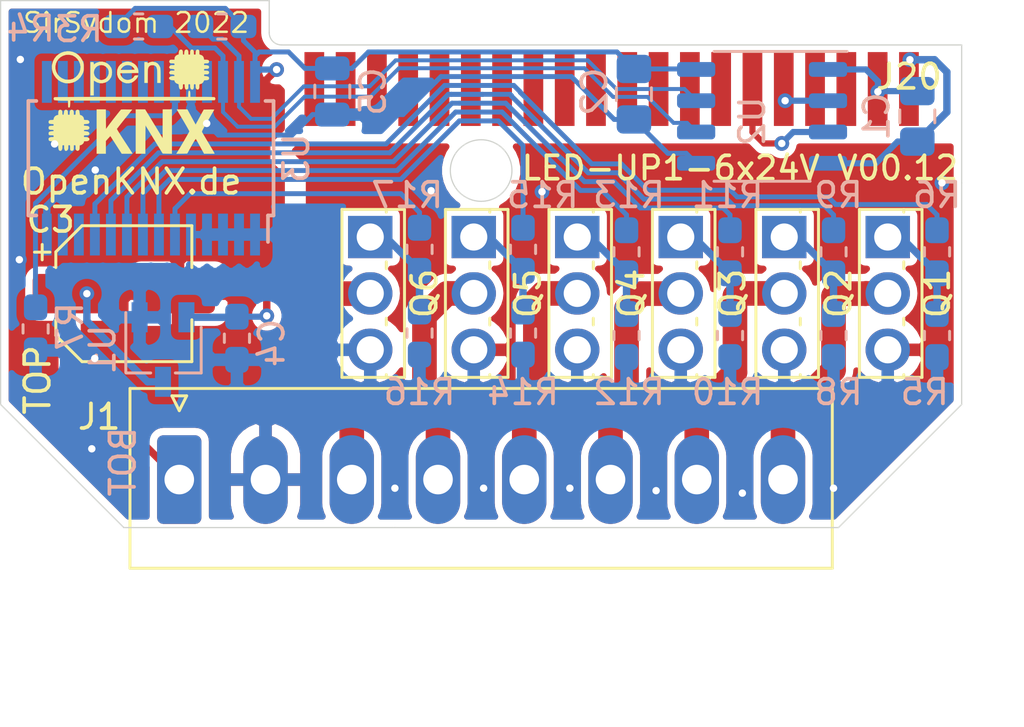
<source format=kicad_pcb>
(kicad_pcb (version 20171130) (host pcbnew "(5.1.4)-1")
  (title_block (date 2022-02-15) (rev V00.11))
  (layers (0 F.Cu signal) (31 B.Cu signal) (34 B.Paste user hide) (35 F.Paste user) (36 B.SilkS user hide) (37 F.SilkS user) (38 B.Mask user hide) (39 F.Mask user) (44 Edge.Cuts user))
  (net 0 "")
  (net 1 GND)
  (net 2 5V)
  (net 3 3V3)
  (net 4 "Net-(J20-Pad4)")
  (net 5 "Net-(J20-Pad20)")
  (net 6 "Net-(J20-Pad19)")
  (net 7 "Net-(J20-Pad18)")
  (net 8 "Net-(J20-Pad17)")
  (net 9 "Net-(J20-Pad16)")
  (net 10 "Net-(J20-Pad15)")
  (net 11 "Net-(J20-Pad14)")
  (net 12 "Net-(J20-Pad13)")
  (net 13 "Net-(J20-Pad12)")
  (net 14 "Net-(J20-Pad11)")
  (net 15 "Net-(J20-Pad10)")
  (net 16 "Net-(J20-Pad9)")
  (net 17 "Net-(J20-Pad8)")
  (net 18 "Net-(J20-Pad7)")
  (net 19 +5V)
  (net 20 GND_LED)
  (net 21 V_LED)
  (net 22 "Net-(J1-Pad8)")
  (net 23 "Net-(J1-Pad7)")
  (net 24 "Net-(J1-Pad6)")
  (net 25 "Net-(J1-Pad5)")
  (net 26 "Net-(J1-Pad4)")
  (net 27 "Net-(J1-Pad3)")
  (net 28 "Net-(Q1-Pad1)")
  (net 29 "Net-(Q2-Pad1)")
  (net 30 "Net-(Q3-Pad1)")
  (net 31 "Net-(Q4-Pad1)")
  (net 32 "Net-(Q5-Pad1)")
  (net 33 "Net-(Q6-Pad1)")
  (net 34 SCL)
  (net 35 SDA)
  (net 36 SDA_ISO)
  (net 37 SCL_ISO)
  (net 38 "Net-(R6-Pad2)")
  (net 39 "Net-(R7-Pad1)")
  (net 40 "Net-(R9-Pad2)")
  (net 41 "Net-(R11-Pad2)")
  (net 42 "Net-(R13-Pad2)")
  (net 43 "Net-(R15-Pad2)")
  (net 44 "Net-(R17-Pad2)")
  (net 45 "Net-(U3-Pad25)")
  (net 46 "Net-(U3-Pad22)")
  (net 47 "Net-(U3-Pad21)")
  (net 48 "Net-(U3-Pad20)")
  (net 49 "Net-(U3-Pad19)")
  (net 50 "Net-(U3-Pad18)")
  (net 51 "Net-(U3-Pad17)")
  (net 52 "Net-(U3-Pad16)")
  (net 53 "Net-(U3-Pad15)")
  (net 54 "Net-(U3-Pad13)")
  (net 55 "Net-(U3-Pad12)")
  (module Capacitor_SMD:C_0805_2012Metric (layer B.Cu) (at 103.46 122.29 90)
    (fp_text reference C5 (at 0 1.65 90) (layer B.SilkS) (effects (justify mirror)))
    (fp_text value 10uF)
    (pad 2 smd roundrect (at 0.9375 0 90) (size 0.975 1.4) (layers B.Cu B.Paste B.Mask) (net 19 +5V))
    (pad 1 smd roundrect (at -0.9375 0 90) (size 0.975 1.4) (layers B.Cu B.Paste B.Mask) (net 20 GND_LED))
  )
  (module OpenKNX:OpenKNX_UP1-PCBConnector_1x20_App_3D (layer F.Cu) (at 126.86 122.19 180)
    (fp_text reference J20 (at 0 0.5) (layer F.SilkS))
    (fp_text value Conn_01x21)
    (pad 20 smd rect (at 24.13 0 270) (size 3 0.8) (layers F.Cu F.Paste F.Mask) (net 5 "Net-(J20-Pad20)"))
    (pad 19 smd rect (at 22.86 0 270) (size 3 0.8) (layers F.Cu F.Paste F.Mask) (net 6 "Net-(J20-Pad19)"))
    (pad 18 smd rect (at 21.59 0 270) (size 3 0.8) (layers F.Cu F.Paste F.Mask) (net 7 "Net-(J20-Pad18)"))
    (pad 17 smd rect (at 20.32 0 270) (size 3 0.8) (layers F.Cu F.Paste F.Mask) (net 8 "Net-(J20-Pad17)"))
    (pad 16 smd rect (at 19.05 0 270) (size 3 0.8) (layers F.Cu F.Paste F.Mask) (net 9 "Net-(J20-Pad16)"))
    (pad 15 smd rect (at 17.78 0 270) (size 3 0.8) (layers F.Cu F.Paste F.Mask) (net 10 "Net-(J20-Pad15)"))
    (pad 14 smd rect (at 16.51 0 270) (size 3 0.8) (layers F.Cu F.Paste F.Mask) (net 11 "Net-(J20-Pad14)"))
    (pad 13 smd rect (at 15.24 0 270) (size 3 0.8) (layers F.Cu F.Paste F.Mask) (net 12 "Net-(J20-Pad13)"))
    (pad 12 smd rect (at 13.97 0 270) (size 3 0.8) (layers F.Cu F.Paste F.Mask) (net 13 "Net-(J20-Pad12)"))
    (pad 11 smd rect (at 12.7 0 270) (size 3 0.8) (layers F.Cu F.Paste F.Mask) (net 14 "Net-(J20-Pad11)"))
    (pad 10 smd rect (at 11.43 0 270) (size 3 0.8) (layers F.Cu F.Paste F.Mask) (net 15 "Net-(J20-Pad10)"))
    (pad 9 smd rect (at 10.16 0 270) (size 3 0.8) (layers F.Cu F.Paste F.Mask) (net 16 "Net-(J20-Pad9)"))
    (pad 8 smd rect (at 8.89 0 270) (size 3 0.8) (layers F.Cu F.Paste F.Mask) (net 17 "Net-(J20-Pad8)"))
    (pad 7 smd rect (at 7.62 0 270) (size 3 0.8) (layers F.Cu F.Paste F.Mask) (net 18 "Net-(J20-Pad7)"))
    (pad 6 smd rect (at 6.35 0 270) (size 3 0.8) (layers F.Cu F.Paste F.Mask) (net 34 SCL))
    (pad 5 smd rect (at 5.08 0 270) (size 3 0.8) (layers F.Cu F.Paste F.Mask) (net 35 SDA))
    (pad 4 smd rect (at 3.81 0 270) (size 3 0.8) (layers F.Cu F.Paste F.Mask) (net 4 "Net-(J20-Pad4)"))
    (pad 3 smd rect (at 2.54 0 270) (size 3 0.8) (layers F.Cu F.Paste F.Mask) (net 2 5V))
    (pad 2 smd rect (at 1.27 0 270) (size 3 0.8) (layers F.Cu F.Paste F.Mask) (net 3 3V3))
    (pad 1 smd rect (at 0 0 270) (size 3 0.8) (layers F.Cu F.Paste F.Mask) (net 1 GND))
  )
  (module OpenKNX:OpenKNX_Logo_07x05 (layer F.Cu) (at 95.33 123.02)
    (fp_text reference G*** hide)
    (fp_text value LOGO hide)
  )
  (module sirsydom:TSSOP-28_4.4x9.7mm_P0.65mm_Handsolder (layer B.Cu) (at 96.1 125 90)
    (fp_text reference U3 (at 0 5.9 90) (layer B.SilkS) (effects (justify mirror)))
    (fp_text value PCA9685PW)
    (pad 28 smd rect (at 3.1 4.225 90) (size 1.7 0.4) (layers B.Cu B.Paste B.Mask) (net 19 +5V))
    (pad 27 smd rect (at 3.1 3.575 90) (size 1.7 0.4) (layers B.Cu B.Paste B.Mask) (net 36 SDA_ISO))
    (pad 26 smd rect (at 3.1 2.925 90) (size 1.7 0.4) (layers B.Cu B.Paste B.Mask) (net 37 SCL_ISO))
    (pad 25 smd rect (at 3.1 2.275 90) (size 1.7 0.4) (layers B.Cu B.Paste B.Mask) (net 45 "Net-(U3-Pad25)"))
    (pad 24 smd rect (at 3.1 1.625 90) (size 1.7 0.4) (layers B.Cu B.Paste B.Mask) (net 20 GND_LED))
    (pad 23 smd rect (at 3.1 0.975 90) (size 1.7 0.4) (layers B.Cu B.Paste B.Mask) (net 39 "Net-(R7-Pad1)"))
    (pad 22 smd rect (at 3.1 0.325 90) (size 1.7 0.4) (layers B.Cu B.Paste B.Mask) (net 46 "Net-(U3-Pad22)"))
    (pad 21 smd rect (at 3.1 -0.325 90) (size 1.7 0.4) (layers B.Cu B.Paste B.Mask) (net 47 "Net-(U3-Pad21)"))
    (pad 20 smd rect (at 3.1 -0.975 90) (size 1.7 0.4) (layers B.Cu B.Paste B.Mask) (net 48 "Net-(U3-Pad20)"))
    (pad 19 smd rect (at 3.1 -1.625 90) (size 1.7 0.4) (layers B.Cu B.Paste B.Mask) (net 49 "Net-(U3-Pad19)"))
    (pad 18 smd rect (at 3.1 -2.275 90) (size 1.7 0.4) (layers B.Cu B.Paste B.Mask) (net 50 "Net-(U3-Pad18)"))
    (pad 17 smd rect (at 3.1 -2.925 90) (size 1.7 0.4) (layers B.Cu B.Paste B.Mask) (net 51 "Net-(U3-Pad17)"))
    (pad 16 smd rect (at 3.1 -3.575 90) (size 1.7 0.4) (layers B.Cu B.Paste B.Mask) (net 52 "Net-(U3-Pad16)"))
    (pad 15 smd rect (at 3.1 -4.225 90) (size 1.7 0.4) (layers B.Cu B.Paste B.Mask) (net 53 "Net-(U3-Pad15)"))
    (pad 14 smd rect (at -3.1 -4.225 90) (size 1.7 0.4) (layers B.Cu B.Paste B.Mask) (net 20 GND_LED))
    (pad 13 smd rect (at -3.1 -3.575 90) (size 1.7 0.4) (layers B.Cu B.Paste B.Mask) (net 54 "Net-(U3-Pad13)"))
    (pad 12 smd rect (at -3.1 -2.925 90) (size 1.7 0.4) (layers B.Cu B.Paste B.Mask) (net 55 "Net-(U3-Pad12)"))
    (pad 11 smd rect (at -3.1 -2.275 90) (size 1.7 0.4) (layers B.Cu B.Paste B.Mask) (net 38 "Net-(R6-Pad2)"))
    (pad 10 smd rect (at -3.1 -1.625 90) (size 1.7 0.4) (layers B.Cu B.Paste B.Mask) (net 40 "Net-(R9-Pad2)"))
    (pad 9 smd rect (at -3.1 -0.975 90) (size 1.7 0.4) (layers B.Cu B.Paste B.Mask) (net 41 "Net-(R11-Pad2)"))
    (pad 8 smd rect (at -3.1 -0.325 90) (size 1.7 0.4) (layers B.Cu B.Paste B.Mask) (net 42 "Net-(R13-Pad2)"))
    (pad 7 smd rect (at -3.1 0.325 90) (size 1.7 0.4) (layers B.Cu B.Paste B.Mask) (net 43 "Net-(R15-Pad2)"))
    (pad 6 smd rect (at -3.1 0.975 90) (size 1.7 0.4) (layers B.Cu B.Paste B.Mask) (net 44 "Net-(R17-Pad2)"))
    (pad 5 smd rect (at -3.1 1.625 90) (size 1.7 0.4) (layers B.Cu B.Paste B.Mask) (net 20 GND_LED))
    (pad 4 smd rect (at -3.1 2.275 90) (size 1.7 0.4) (layers B.Cu B.Paste B.Mask) (net 20 GND_LED))
    (pad 3 smd rect (at -3.1 2.925 90) (size 1.7 0.4) (layers B.Cu B.Paste B.Mask) (net 20 GND_LED))
    (pad 2 smd rect (at -3.1 3.575 90) (size 1.7 0.4) (layers B.Cu B.Paste B.Mask) (net 20 GND_LED))
    (pad 1 smd rect (at -3.1 4.225 90) (size 1.7 0.4) (layers B.Cu B.Paste B.Mask) (net 20 GND_LED))
  )
  (module Package_SO:SSOP-8_3.9x5.05mm_P1.27mm (layer B.Cu) (at 120.9 123.3 180)
    (fp_text reference U2 (at 0.4 -0.2 90) (layer B.SilkS) (effects (justify mirror)))
    (fp_text value ADuM1250)
    (pad 8 smd roundrect (at 2.675 1.905 180) (size 1.55 0.6) (layers B.Cu B.Paste B.Mask) (net 19 +5V))
    (pad 7 smd roundrect (at 2.675 0.635 180) (size 1.55 0.6) (layers B.Cu B.Paste B.Mask) (net 36 SDA_ISO))
    (pad 6 smd roundrect (at 2.675 -0.635 180) (size 1.55 0.6) (layers B.Cu B.Paste B.Mask) (net 37 SCL_ISO))
    (pad 5 smd roundrect (at 2.675 -1.905 180) (size 1.55 0.6) (layers B.Cu B.Paste B.Mask) (net 20 GND_LED))
    (pad 4 smd roundrect (at -2.675 -1.905 180) (size 1.55 0.6) (layers B.Cu B.Paste B.Mask) (net 1 GND))
    (pad 3 smd roundrect (at -2.675 -0.635 180) (size 1.55 0.6) (layers B.Cu B.Paste B.Mask) (net 34 SCL))
    (pad 2 smd roundrect (at -2.675 0.635 180) (size 1.55 0.6) (layers B.Cu B.Paste B.Mask) (net 35 SDA))
    (pad 1 smd roundrect (at -2.675 1.905 180) (size 1.55 0.6) (layers B.Cu B.Paste B.Mask) (net 3 3V3))
  )
  (module Package_TO_SOT_SMD:TSOT-23 (layer B.Cu) (at 96.59 132.77 270)
    (fp_text reference U1 (at 0 2.45 90) (layer B.SilkS) (effects (justify mirror)))
    (fp_text value "LDO 5V SOT23-3")
    (pad 3 smd rect (at 1.31 0 270) (size 1.22 0.65) (layers B.Cu B.Paste B.Mask) (net 21 V_LED))
    (pad 2 smd rect (at -1.31 -0.95 270) (size 1.22 0.65) (layers B.Cu B.Paste B.Mask) (net 19 +5V))
    (pad 1 smd rect (at -1.31 0.95 270) (size 1.22 0.65) (layers B.Cu B.Paste B.Mask) (net 20 GND_LED))
  )
  (module Resistor_SMD:R_0603_1608Metric_Pad1.05x0.95mm_HandSolder (layer B.Cu) (at 107 128.7 90)
    (fp_text reference R17 (at 2.2 -0.5 180) (layer B.SilkS) (effects (justify mirror)))
    (fp_text value 100R)
    (pad 2 smd roundrect (at 0.875 0 90) (size 1.05 0.95) (layers B.Cu B.Paste B.Mask) (net 44 "Net-(R17-Pad2)"))
    (pad 1 smd roundrect (at -0.875 0 90) (size 1.05 0.95) (layers B.Cu B.Paste B.Mask) (net 33 "Net-(Q6-Pad1)"))
  )
  (module Resistor_SMD:R_0603_1608Metric_Pad1.05x0.95mm_HandSolder (layer B.Cu) (at 107 132.1 90)
    (fp_text reference R16 (at -2.4 0 180) (layer B.SilkS) (effects (justify mirror)))
    (fp_text value 10k)
    (pad 2 smd roundrect (at 0.875 0 90) (size 1.05 0.95) (layers B.Cu B.Paste B.Mask) (net 33 "Net-(Q6-Pad1)"))
    (pad 1 smd roundrect (at -0.875 0 90) (size 1.05 0.95) (layers B.Cu B.Paste B.Mask) (net 20 GND_LED))
  )
  (module Resistor_SMD:R_0603_1608Metric_Pad1.05x0.95mm_HandSolder (layer B.Cu) (at 111.2 128.7 90)
    (fp_text reference R15 (at 2.2 0.8 180) (layer B.SilkS) (effects (justify mirror)))
    (fp_text value 100R)
    (pad 2 smd roundrect (at 0.875 0 90) (size 1.05 0.95) (layers B.Cu B.Paste B.Mask) (net 43 "Net-(R15-Pad2)"))
    (pad 1 smd roundrect (at -0.875 0 90) (size 1.05 0.95) (layers B.Cu B.Paste B.Mask) (net 32 "Net-(Q5-Pad1)"))
  )
  (module Resistor_SMD:R_0603_1608Metric_Pad1.05x0.95mm_HandSolder (layer B.Cu) (at 111.2 132.1 90)
    (fp_text reference R14 (at -2.4 0 180) (layer B.SilkS) (effects (justify mirror)))
    (fp_text value 10k)
    (pad 2 smd roundrect (at 0.875 0 90) (size 1.05 0.95) (layers B.Cu B.Paste B.Mask) (net 32 "Net-(Q5-Pad1)"))
    (pad 1 smd roundrect (at -0.875 0 90) (size 1.05 0.95) (layers B.Cu B.Paste B.Mask) (net 20 GND_LED))
  )
  (module Resistor_SMD:R_0603_1608Metric_Pad1.05x0.95mm_HandSolder (layer B.Cu) (at 115.4 128.8 90)
    (fp_text reference R13 (at 2.3 0.1 180) (layer B.SilkS) (effects (justify mirror)))
    (fp_text value 100R)
    (pad 2 smd roundrect (at 0.875 0 90) (size 1.05 0.95) (layers B.Cu B.Paste B.Mask) (net 42 "Net-(R13-Pad2)"))
    (pad 1 smd roundrect (at -0.875 0 90) (size 1.05 0.95) (layers B.Cu B.Paste B.Mask) (net 31 "Net-(Q4-Pad1)"))
  )
  (module Resistor_SMD:R_0603_1608Metric_Pad1.05x0.95mm_HandSolder (layer B.Cu) (at 115.4 132.2 90)
    (fp_text reference R12 (at -2.3 0.1 180) (layer B.SilkS) (effects (justify mirror)))
    (fp_text value 10k)
    (pad 2 smd roundrect (at 0.875 0 90) (size 1.05 0.95) (layers B.Cu B.Paste B.Mask) (net 31 "Net-(Q4-Pad1)"))
    (pad 1 smd roundrect (at -0.875 0 90) (size 1.05 0.95) (layers B.Cu B.Paste B.Mask) (net 20 GND_LED))
  )
  (module Resistor_SMD:R_0603_1608Metric_Pad1.05x0.95mm_HandSolder (layer B.Cu) (at 119.6 128.8 90)
    (fp_text reference R11 (at 2.3 -0.1 180) (layer B.SilkS) (effects (justify mirror)))
    (fp_text value 100R)
    (pad 2 smd roundrect (at 0.875 0 90) (size 1.05 0.95) (layers B.Cu B.Paste B.Mask) (net 41 "Net-(R11-Pad2)"))
    (pad 1 smd roundrect (at -0.875 0 90) (size 1.05 0.95) (layers B.Cu B.Paste B.Mask) (net 30 "Net-(Q3-Pad1)"))
  )
  (module Resistor_SMD:R_0603_1608Metric_Pad1.05x0.95mm_HandSolder (layer B.Cu) (at 119.6 132.2 90)
    (fp_text reference R10 (at -2.3 -0.1 180) (layer B.SilkS) (effects (justify mirror)))
    (fp_text value 10k)
    (pad 2 smd roundrect (at 0.875 0 90) (size 1.05 0.95) (layers B.Cu B.Paste B.Mask) (net 30 "Net-(Q3-Pad1)"))
    (pad 1 smd roundrect (at -0.875 0 90) (size 1.05 0.95) (layers B.Cu B.Paste B.Mask) (net 20 GND_LED))
  )
  (module Resistor_SMD:R_0603_1608Metric_Pad1.05x0.95mm_HandSolder (layer B.Cu) (at 123.8 128.8 90)
    (fp_text reference R9 (at 2.3 0.2 180) (layer B.SilkS) (effects (justify mirror)))
    (fp_text value 100R)
    (pad 2 smd roundrect (at 0.875 0 90) (size 1.05 0.95) (layers B.Cu B.Paste B.Mask) (net 40 "Net-(R9-Pad2)"))
    (pad 1 smd roundrect (at -0.875 0 90) (size 1.05 0.95) (layers B.Cu B.Paste B.Mask) (net 29 "Net-(Q2-Pad1)"))
  )
  (module Resistor_SMD:R_0603_1608Metric_Pad1.05x0.95mm_HandSolder (layer B.Cu) (at 123.8 132.2 90)
    (fp_text reference R8 (at -2.3 0.2 180) (layer B.SilkS) (effects (justify mirror)))
    (fp_text value 10k)
    (pad 2 smd roundrect (at 0.875 0 90) (size 1.05 0.95) (layers B.Cu B.Paste B.Mask) (net 29 "Net-(Q2-Pad1)"))
    (pad 1 smd roundrect (at -0.875 0 90) (size 1.05 0.95) (layers B.Cu B.Paste B.Mask) (net 20 GND_LED))
  )
  (module Resistor_SMD:R_0603_1608Metric_Pad1.05x0.95mm_HandSolder (layer B.Cu) (at 91.42 131.93 270)
    (fp_text reference R7 (at -0.1 -1.4 270) (layer B.SilkS) (effects (justify mirror)))
    (fp_text value 10k)
    (pad 2 smd roundrect (at 0.875 0 270) (size 1.05 0.95) (layers B.Cu B.Paste B.Mask) (net 20 GND_LED))
    (pad 1 smd roundrect (at -0.875 0 270) (size 1.05 0.95) (layers B.Cu B.Paste B.Mask) (net 39 "Net-(R7-Pad1)"))
  )
  (module Resistor_SMD:R_0603_1608Metric_Pad1.05x0.95mm_HandSolder (layer B.Cu) (at 128 128.8 90)
    (fp_text reference R6 (at 2.3 0 180) (layer B.SilkS) (effects (justify mirror)))
    (fp_text value 100R)
    (pad 2 smd roundrect (at 0.875 0 90) (size 1.05 0.95) (layers B.Cu B.Paste B.Mask) (net 38 "Net-(R6-Pad2)"))
    (pad 1 smd roundrect (at -0.875 0 90) (size 1.05 0.95) (layers B.Cu B.Paste B.Mask) (net 28 "Net-(Q1-Pad1)"))
  )
  (module Resistor_SMD:R_0603_1608Metric_Pad1.05x0.95mm_HandSolder (layer B.Cu) (at 128 132.2 90)
    (fp_text reference R5 (at -2.3 -0.5 180) (layer B.SilkS) (effects (justify mirror)))
    (fp_text value 10k)
    (pad 2 smd roundrect (at 0.875 0 90) (size 1.05 0.95) (layers B.Cu B.Paste B.Mask) (net 28 "Net-(Q1-Pad1)"))
    (pad 1 smd roundrect (at -0.875 0 90) (size 1.05 0.95) (layers B.Cu B.Paste B.Mask) (net 20 GND_LED))
  )
  (module Resistor_SMD:R_0603_1608Metric_Pad1.05x0.95mm_HandSolder (layer B.Cu) (at 95.6 119.65)
    (fp_text reference R4 (at -4.38 0.09) (layer B.SilkS) (effects (justify mirror)))
    (fp_text value 1k)
    (pad 2 smd roundrect (at 0.875 0) (size 1.05 0.95) (layers B.Cu B.Paste B.Mask) (net 37 SCL_ISO))
    (pad 1 smd roundrect (at -0.875 0) (size 1.05 0.95) (layers B.Cu B.Paste B.Mask) (net 19 +5V))
  )
  (module Resistor_SMD:R_0603_1608Metric_Pad1.05x0.95mm_HandSolder (layer B.Cu) (at 98.98 119.65 180)
    (fp_text reference R3 (at 5.81 -0.11) (layer B.SilkS) (effects (justify mirror)))
    (fp_text value 1k)
    (pad 2 smd roundrect (at 0.875 0 180) (size 1.05 0.95) (layers B.Cu B.Paste B.Mask) (net 36 SDA_ISO))
    (pad 1 smd roundrect (at -0.875 0 180) (size 1.05 0.95) (layers B.Cu B.Paste B.Mask) (net 19 +5V))
  )
  (module sirsydom:TO-251-3_Vertical_lowprofile (layer F.Cu) (at 105 128.2 270)
    (fp_text reference Q6 (at 2.29 -2.2 90) (layer F.SilkS))
    (fp_text value IRLU2905)
    (pad 3 thru_hole oval (at 4.58 0 270) (size 1.7175 1.8) (drill 1.1) (layers *.Cu *.Mask) (net 20 GND_LED))
    (pad 2 thru_hole oval (at 2.29 0 270) (size 1.7175 1.8) (drill 1.1) (layers *.Cu *.Mask) (net 27 "Net-(J1-Pad3)"))
    (pad 1 thru_hole rect (at 0 0 270) (size 1.7175 1.8) (drill 1.1) (layers *.Cu *.Mask) (net 33 "Net-(Q6-Pad1)"))
  )
  (module sirsydom:TO-251-3_Vertical_lowprofile (layer F.Cu) (at 109.2 128.2 270)
    (fp_text reference Q5 (at 2.29 -2.2 90) (layer F.SilkS))
    (fp_text value IRLU2905)
    (pad 3 thru_hole oval (at 4.58 0 270) (size 1.7175 1.8) (drill 1.1) (layers *.Cu *.Mask) (net 20 GND_LED))
    (pad 2 thru_hole oval (at 2.29 0 270) (size 1.7175 1.8) (drill 1.1) (layers *.Cu *.Mask) (net 26 "Net-(J1-Pad4)"))
    (pad 1 thru_hole rect (at 0 0 270) (size 1.7175 1.8) (drill 1.1) (layers *.Cu *.Mask) (net 32 "Net-(Q5-Pad1)"))
  )
  (module sirsydom:TO-251-3_Vertical_lowprofile (layer F.Cu) (at 113.4 128.2 270)
    (fp_text reference Q4 (at 2.29 -2.2 90) (layer F.SilkS))
    (fp_text value IRLU2905)
    (pad 3 thru_hole oval (at 4.58 0 270) (size 1.7175 1.8) (drill 1.1) (layers *.Cu *.Mask) (net 20 GND_LED))
    (pad 2 thru_hole oval (at 2.29 0 270) (size 1.7175 1.8) (drill 1.1) (layers *.Cu *.Mask) (net 25 "Net-(J1-Pad5)"))
    (pad 1 thru_hole rect (at 0 0 270) (size 1.7175 1.8) (drill 1.1) (layers *.Cu *.Mask) (net 31 "Net-(Q4-Pad1)"))
  )
  (module sirsydom:TO-251-3_Vertical_lowprofile (layer F.Cu) (at 117.6 128.2 270)
    (fp_text reference Q3 (at 2.29 -2.1 90) (layer F.SilkS))
    (fp_text value IRLU2905)
    (pad 3 thru_hole oval (at 4.58 0 270) (size 1.7175 1.8) (drill 1.1) (layers *.Cu *.Mask) (net 20 GND_LED))
    (pad 2 thru_hole oval (at 2.29 0 270) (size 1.7175 1.8) (drill 1.1) (layers *.Cu *.Mask) (net 24 "Net-(J1-Pad6)"))
    (pad 1 thru_hole rect (at 0 0 270) (size 1.7175 1.8) (drill 1.1) (layers *.Cu *.Mask) (net 30 "Net-(Q3-Pad1)"))
  )
  (module sirsydom:TO-251-3_Vertical_lowprofile (layer F.Cu) (at 121.8 128.2 270)
    (fp_text reference Q2 (at 2.29 -2.2 90) (layer F.SilkS))
    (fp_text value IRLU2905)
    (pad 3 thru_hole oval (at 4.58 0 270) (size 1.7175 1.8) (drill 1.1) (layers *.Cu *.Mask) (net 20 GND_LED))
    (pad 2 thru_hole oval (at 2.29 0 270) (size 1.7175 1.8) (drill 1.1) (layers *.Cu *.Mask) (net 23 "Net-(J1-Pad7)"))
    (pad 1 thru_hole rect (at 0 0 270) (size 1.7175 1.8) (drill 1.1) (layers *.Cu *.Mask) (net 29 "Net-(Q2-Pad1)"))
  )
  (module sirsydom:TO-251-3_Vertical_lowprofile (layer F.Cu) (at 126 128.2 270)
    (fp_text reference Q1 (at 2.29 -2 90) (layer F.SilkS))
    (fp_text value IRLU2905)
    (pad 3 thru_hole oval (at 4.58 0 270) (size 1.7175 1.8) (drill 1.1) (layers *.Cu *.Mask) (net 20 GND_LED))
    (pad 2 thru_hole oval (at 2.29 0 270) (size 1.7175 1.8) (drill 1.1) (layers *.Cu *.Mask) (net 22 "Net-(J1-Pad8)"))
    (pad 1 thru_hole rect (at 0 0 270) (size 1.7175 1.8) (drill 1.1) (layers *.Cu *.Mask) (net 28 "Net-(Q1-Pad1)"))
  )
  (module sirsydom:PhoenixContact_MKDS_1,5_8-G-3.5_1x08_P3.5mm_Horizontal (layer F.Cu) (at 97.25 138.05)
    (fp_text reference J1 (at -3.25 -2.55) (layer F.SilkS))
    (fp_text value Conn_01x08)
    (pad 8 thru_hole oval (at 24.5 0) (size 1.8 3.6) (drill 1.2) (layers *.Cu *.Mask) (net 22 "Net-(J1-Pad8)"))
    (pad 7 thru_hole oval (at 21 0) (size 1.8 3.6) (drill 1.2) (layers *.Cu *.Mask) (net 23 "Net-(J1-Pad7)"))
    (pad 6 thru_hole oval (at 17.5 0) (size 1.8 3.6) (drill 1.2) (layers *.Cu *.Mask) (net 24 "Net-(J1-Pad6)"))
    (pad 5 thru_hole oval (at 14 0) (size 1.8 3.6) (drill 1.2) (layers *.Cu *.Mask) (net 25 "Net-(J1-Pad5)"))
    (pad 4 thru_hole oval (at 10.5 0) (size 1.8 3.6) (drill 1.2) (layers *.Cu *.Mask) (net 26 "Net-(J1-Pad4)"))
    (pad 3 thru_hole oval (at 7 0) (size 1.8 3.6) (drill 1.2) (layers *.Cu *.Mask) (net 27 "Net-(J1-Pad3)"))
    (pad 2 thru_hole oval (at 3.5 0) (size 1.8 3.6) (drill 1.2) (layers *.Cu *.Mask) (net 20 GND_LED))
    (pad 1 thru_hole roundrect (at 0 0) (size 1.8 3.6) (drill 1.2) (layers *.Cu *.Mask) (roundrect_rratio 0.138889) (net 21 V_LED))
  )
  (module Capacitor_SMD:C_0603_1608Metric_Pad1.05x0.95mm_HandSolder (layer B.Cu) (at 99.59 132.31 270)
    (fp_text reference C4 (at 0.19 -1.41 90) (layer B.SilkS) (effects (justify mirror)))
    (fp_text value 10uF)
    (pad 2 smd roundrect (at 0.875 0 270) (size 1.05 0.95) (layers B.Cu B.Paste B.Mask) (net 20 GND_LED))
    (pad 1 smd roundrect (at -0.875 0 270) (size 1.05 0.95) (layers B.Cu B.Paste B.Mask) (net 19 +5V))
  )
  (module Capacitor_SMD:CP_Elec_5x5.3 (layer F.Cu) (at 95 130.5)
    (fp_text reference C3 (at -2.97 -3) (layer F.SilkS))
    (fp_text value "10uF / 35V")
    (pad 2 smd roundrect (at 2.2 0) (size 3 1.6) (layers F.Cu F.Paste F.Mask) (roundrect_rratio 0.15625) (net 20 GND_LED))
    (pad 1 smd roundrect (at -2.2 0) (size 3 1.6) (layers F.Cu F.Paste F.Mask) (roundrect_rratio 0.15625) (net 21 V_LED))
  )
  (module Capacitor_SMD:C_0805_2012Metric_Pad1.15x1.40mm_HandSolder (layer B.Cu) (at 115.7 122.4 90)
    (fp_text reference C2 (at 0.1 -1.6 90) (layer B.SilkS) (effects (justify mirror)))
    (fp_text value 47nF)
    (pad 2 smd roundrect (at 1.025 0 90) (size 1.15 1.4) (layers B.Cu B.Paste B.Mask) (roundrect_rratio 0.217391) (net 19 +5V))
    (pad 1 smd roundrect (at -1.025 0 90) (size 1.15 1.4) (layers B.Cu B.Paste B.Mask) (roundrect_rratio 0.217391) (net 20 GND_LED))
  )
  (module Capacitor_SMD:C_0805_2012Metric_Pad1.15x1.40mm_HandSolder (layer B.Cu) (at 127.2 123.3 270)
    (fp_text reference C1 (at 0 1.65 90) (layer B.SilkS) (effects (justify mirror)))
    (fp_text value 47nF)
    (pad 2 smd roundrect (at 1.025 0 270) (size 1.15 1.4) (layers B.Cu B.Paste B.Mask) (roundrect_rratio 0.217391) (net 1 GND))
    (pad 1 smd roundrect (at -1.025 0 270) (size 1.15 1.4) (layers B.Cu B.Paste B.Mask) (roundrect_rratio 0.217391) (net 3 3V3))
  )
  (gr_text OpenKNX.de (at 95.3 125.95) (layer F.SilkS) (effects (font (size 1 1))))
  (gr_text "SirSydom 2022\n" (at 95.5 119.5) (layer F.SilkS) (effects (font (size 0.8 0.8) (thickness 0.1))))
  (gr_line (start 100.9 118.6) (end 100.9 119.9) (layer Edge.Cuts) (width 0.05))
  (gr_arc (start 101.4 119.9) (end 100.9 119.9) (angle -90) (layer Edge.Cuts) (width 0.05))
  (gr_line (start 90 118.6) (end 100.9 118.6) (layer Edge.Cuts) (width 0.05))
  (gr_text "LED-UP1-6x24V V00.12" (at 120 125.4) (layer F.SilkS) (effects (font (size 0.95 0.95))))
  (gr_text BOT (at 94.96 137.32 90) (layer B.SilkS) (effects (font (size 1 1)) (justify mirror)))
  (gr_circle (center 109.5 125.5) (end 109.5 124.25) (layer Edge.Cuts) (width 0.05))
  (gr_line (start 90 118.6) (end 90 135) (layer Edge.Cuts) (width 0.05))
  (gr_line (start 129 120.4) (end 101.4 120.4) (layer Edge.Cuts) (width 0.05))
  (gr_line (start 129 126) (end 129 135) (layer Edge.Cuts) (width 0.05))
  (gr_line (start 106 140) (end 124 140) (layer Edge.Cuts) (width 0.05))
  (gr_line (start 95 140) (end 106 140) (layer Edge.Cuts) (width 0.05))
  (gr_line (start 95 140) (end 90 135) (layer Edge.Cuts) (width 0.05))
  (gr_line (start 129 135) (end 124 140) (layer Edge.Cuts) (width 0.05))
  (gr_line (start 129 120.4) (end 129 126) (layer Edge.Cuts) (width 0.05))
  (gr_text TOP (at 91.5 134 90) (layer F.SilkS) (effects (font (size 1 1))))
  (via (at 126.9 121) (size 0.6) (drill 0.3) (layers F.Cu B.Cu) (net 1))
  (segment (start 124.45 125.205) (end 123.575 125.205) (width 0.25) (layer B.Cu) (net 1))
  (segment (start 125.52 125.205) (end 124.45 125.205) (width 0.25) (layer B.Cu) (net 1))
  (segment (start 126.4 124.325) (end 125.52 125.205) (width 0.25) (layer B.Cu) (net 1))
  (segment (start 127.2 124.325) (end 126.4 124.325) (width 0.25) (layer B.Cu) (net 1))
  (segment (start 126.9 121) (end 127.9 121) (width 0.3) (layer B.Cu) (net 1))
  (segment (start 127.9 121) (end 128.4 121.5) (width 0.3) (layer B.Cu) (net 1))
  (segment (start 128.4 123.125) (end 127.2 124.325) (width 0.3) (layer B.Cu) (net 1))
  (segment (start 128.4 121.5) (end 128.4 123.125) (width 0.3) (layer B.Cu) (net 1))
  (via (at 125.6 122.3) (size 0.6) (drill 0.3) (layers F.Cu B.Cu) (net 3))
  (segment (start 125.625 122.275) (end 125.6 122.3) (width 0.25) (layer B.Cu) (net 3))
  (segment (start 127.2 122.275) (end 125.625 122.275) (width 0.25) (layer B.Cu) (net 3))
  (segment (start 124.45 121.395) (end 123.575 121.395) (width 0.25) (layer B.Cu) (net 3))
  (segment (start 125.119264 121.395) (end 124.45 121.395) (width 0.25) (layer B.Cu) (net 3))
  (segment (start 125.6 121.875736) (end 125.119264 121.395) (width 0.25) (layer B.Cu) (net 3))
  (segment (start 125.6 122.3) (end 125.6 121.875736) (width 0.25) (layer B.Cu) (net 3))
  (segment (start 115.7 121.375) (end 115.01001 120.68501) (width 0.2) (layer B.Cu) (net 19))
  (segment (start 118.205 121.375) (end 118.225 121.395) (width 0.2) (layer B.Cu) (net 19))
  (segment (start 115.7 121.375) (end 118.205 121.375) (width 0.2) (layer B.Cu) (net 19))
  (segment (start 99.565 131.46) (end 99.59 131.435) (width 0.3) (layer B.Cu) (net 19))
  (segment (start 97.54 131.46) (end 99.565 131.46) (width 0.3) (layer B.Cu) (net 19))
  (segment (start 100.325 120.85) (end 100.48999 120.68501) (width 0.2) (layer B.Cu) (net 19))
  (segment (start 101.2 121.4) (end 101.2 121.4) (width 0.25) (layer B.Cu) (net 19))
  (segment (start 100.325 121.605) (end 100.53 121.4) (width 0.25) (layer B.Cu) (net 19))
  (segment (start 100.325 121.9) (end 100.325 121.605) (width 0.25) (layer B.Cu) (net 19))
  (segment (start 99.59 131.435) (end 99.59 131.435) (width 0.3) (layer B.Cu) (net 19))
  (via (at 100.8 131.4) (size 0.6) (drill 0.3) (layers F.Cu B.Cu) (net 19))
  (segment (start 100.765 131.435) (end 100.8 131.4) (width 0.25) (layer B.Cu) (net 19))
  (segment (start 99.59 131.435) (end 100.765 131.435) (width 0.25) (layer B.Cu) (net 19))
  (segment (start 100.8 131.4) (end 100.8 130.975736) (width 0.25) (layer F.Cu) (net 19))
  (segment (start 101.2 121.4) (end 100.53 121.4) (width 0.25) (layer B.Cu) (net 19))
  (via (at 101.2 121.4) (size 0.6) (drill 0.3) (layers F.Cu B.Cu) (net 19))
  (segment (start 100.325 120.85) (end 100.325 121.9) (width 0.2) (layer B.Cu) (net 19))
  (segment (start 100.325 120.695) (end 100.325 120.85) (width 0.2) (layer B.Cu) (net 19))
  (segment (start 99.855 120.225) (end 100.325 120.695) (width 0.2) (layer B.Cu) (net 19))
  (segment (start 99.855 119.65) (end 99.855 120.225) (width 0.2) (layer B.Cu) (net 19))
  (segment (start 99.355928 119.150928) (end 99.855 119.65) (width 0.2) (layer B.Cu) (net 19))
  (segment (start 99.11999 118.91499) (end 99.355928 119.150928) (width 0.2) (layer B.Cu) (net 19))
  (segment (start 95.46001 118.91499) (end 99.11999 118.91499) (width 0.2) (layer B.Cu) (net 19))
  (segment (start 94.725 119.65) (end 95.46001 118.91499) (width 0.2) (layer B.Cu) (net 19))
  (segment (start 104.92749 120.68501) (end 105.30499 120.68501) (width 0.2) (layer B.Cu) (net 19))
  (segment (start 104.26 121.3525) (end 104.92749 120.68501) (width 0.2) (layer B.Cu) (net 19))
  (segment (start 103.46 121.3525) (end 104.26 121.3525) (width 0.2) (layer B.Cu) (net 19))
  (segment (start 115.01001 120.68501) (end 105.30499 120.68501) (width 0.2) (layer B.Cu) (net 19))
  (segment (start 102.3525 121.3525) (end 101.68501 120.68501) (width 0.2) (layer B.Cu) (net 19))
  (segment (start 103.46 121.3525) (end 102.3525 121.3525) (width 0.2) (layer B.Cu) (net 19))
  (segment (start 100.48999 120.68501) (end 101.68501 120.68501) (width 0.2) (layer B.Cu) (net 19))
  (segment (start 100.8 121.8) (end 101.2 121.4) (width 0.3) (layer F.Cu) (net 19))
  (segment (start 100.8 131.4) (end 100.8 121.8) (width 0.3) (layer F.Cu) (net 19))
  (segment (start 115.7 123.425) (end 117.075 124.8) (width 0.2) (layer B.Cu) (net 20))
  (segment (start 117.82 124.8) (end 118.225 125.205) (width 0.2) (layer B.Cu) (net 20))
  (segment (start 117.075 124.8) (end 117.82 124.8) (width 0.2) (layer B.Cu) (net 20))
  (segment (start 91.875 126.95) (end 91.875 128.1) (width 0.3) (layer B.Cu) (net 20))
  (segment (start 97.725 123.475) (end 97.314999 123.885001) (width 0.3) (layer B.Cu) (net 20))
  (segment (start 97.725 121.9) (end 97.725 123.475) (width 0.3) (layer B.Cu) (net 20))
  (via (at 93.7 136.8) (size 0.6) (drill 0.3) (layers F.Cu B.Cu) (net 20))
  (via (at 106 138.4) (size 0.6) (drill 0.3) (layers F.Cu B.Cu) (net 20))
  (via (at 109.6 138.4) (size 0.6) (drill 0.3) (layers F.Cu B.Cu) (net 20))
  (via (at 113.1 138.4) (size 0.6) (drill 0.3) (layers F.Cu B.Cu) (net 20))
  (via (at 116.6 138.5) (size 0.6) (drill 0.3) (layers F.Cu B.Cu) (net 20))
  (via (at 120.1 138.6) (size 0.6) (drill 0.3) (layers F.Cu B.Cu) (net 20))
  (via (at 123.8 138.4) (size 0.6) (drill 0.3) (layers F.Cu B.Cu) (net 20))
  (segment (start 97.725 128.1) (end 100.325 128.1) (width 0.3) (layer B.Cu) (net 20))
  (via (at 90.8 120.99) (size 0.6) (drill 0.3) (layers F.Cu B.Cu) (net 20))
  (via (at 111.97 126.36) (size 0.6) (drill 0.3) (layers F.Cu B.Cu) (net 20))
  (via (at 128.2 126) (size 0.6) (drill 0.3) (layers F.Cu B.Cu) (net 20))
  (via (at 107.47 126.32) (size 0.6) (drill 0.3) (layers F.Cu B.Cu) (net 20))
  (segment (start 97.314999 123.885001) (end 96.084999 123.885001) (width 0.3) (layer B.Cu) (net 20))
  (segment (start 96.084999 123.885001) (end 93.52 126.45) (width 0.3) (layer B.Cu) (net 20))
  (segment (start 92.375 126.45) (end 91.875 126.95) (width 0.3) (layer B.Cu) (net 20))
  (segment (start 93.52 126.45) (end 92.375 126.45) (width 0.3) (layer B.Cu) (net 20))
  (via (at 92.19 124.42) (size 0.6) (drill 0.3) (layers F.Cu B.Cu) (net 20))
  (via (at 93.84 125.48) (size 0.6) (drill 0.3) (layers F.Cu B.Cu) (net 20))
  (via (at 93.82 133.13) (size 0.6) (drill 0.3) (layers F.Cu B.Cu) (net 20))
  (via (at 90.76 129.12) (size 0.6) (drill 0.3) (layers F.Cu B.Cu) (net 20))
  (segment (start 98.3625 123.5875) (end 97.725 122.95) (width 0.2) (layer B.Cu) (net 20))
  (via (at 98.3625 123.5875) (size 0.6) (drill 0.3) (layers F.Cu B.Cu) (net 20))
  (segment (start 98.83502 124.06002) (end 98.3625 123.5875) (width 0.2) (layer B.Cu) (net 20))
  (segment (start 101.273388 124.06002) (end 98.83502 124.06002) (width 0.2) (layer B.Cu) (net 20))
  (segment (start 97.725 122.95) (end 97.725 121.9) (width 0.2) (layer B.Cu) (net 20))
  (segment (start 101.827481 124.060019) (end 101.630019 124.060019) (width 0.2) (layer B.Cu) (net 20))
  (segment (start 102.66 123.2275) (end 101.827481 124.060019) (width 0.2) (layer B.Cu) (net 20))
  (segment (start 103.46 123.2275) (end 102.66 123.2275) (width 0.2) (layer B.Cu) (net 20))
  (segment (start 101.630019 124.060019) (end 101.04 124.060019) (width 0.2) (layer B.Cu) (net 20))
  (segment (start 106.326848 123.2275) (end 103.46 123.2275) (width 0.2) (layer B.Cu) (net 20))
  (segment (start 107.658417 121.895931) (end 106.326848 123.2275) (width 0.2) (layer B.Cu) (net 20))
  (segment (start 107.869307 121.68504) (end 107.658417 121.895931) (width 0.2) (layer B.Cu) (net 20))
  (segment (start 113.16004 121.68504) (end 107.869307 121.68504) (width 0.2) (layer B.Cu) (net 20))
  (segment (start 115.7 123.425) (end 114.9 123.425) (width 0.2) (layer B.Cu) (net 20))
  (segment (start 114.9 123.425) (end 113.16004 121.68504) (width 0.2) (layer B.Cu) (net 20))
  (via (at 93.5 130.5) (size 0.6) (drill 0.3) (layers F.Cu B.Cu) (net 21))
  (segment (start 92.8 133.6) (end 97.25 138.05) (width 0.3) (layer F.Cu) (net 21))
  (segment (start 92.8 130.5) (end 92.8 133.6) (width 0.3) (layer F.Cu) (net 21))
  (segment (start 95.965 134.08) (end 96.59 134.08) (width 0.3) (layer B.Cu) (net 21))
  (segment (start 93.5 131.615) (end 95.965 134.08) (width 0.3) (layer B.Cu) (net 21))
  (segment (start 93.5 130.5) (end 93.5 131.615) (width 0.3) (layer B.Cu) (net 21))
  (segment (start 121.75 135.25) (end 121.75 138.05) (width 1) (layer F.Cu) (net 22))
  (segment (start 122.5 134.5) (end 121.75 135.25) (width 1) (layer F.Cu) (net 22))
  (segment (start 122.9 134.5) (end 122.5 134.5) (width 1) (layer F.Cu) (net 22))
  (segment (start 126 130.49) (end 125.11 130.49) (width 1) (layer F.Cu) (net 22))
  (segment (start 125.11 130.49) (end 125.1 130.5) (width 1) (layer F.Cu) (net 22))
  (segment (start 125.1 130.5) (end 123.9 130.5) (width 1) (layer F.Cu) (net 22))
  (segment (start 123.9 130.5) (end 123.8 130.6) (width 1) (layer F.Cu) (net 22))
  (segment (start 123.8 130.6) (end 123.8 133.6) (width 1) (layer F.Cu) (net 22))
  (segment (start 123.8 133.6) (end 122.9 134.5) (width 1) (layer F.Cu) (net 22))
  (segment (start 119.9 130.49) (end 119.8 130.59) (width 1) (layer F.Cu) (net 23))
  (segment (start 121.8 130.49) (end 119.9 130.49) (width 1) (layer F.Cu) (net 23))
  (segment (start 118.25 135.25) (end 118.25 138.05) (width 1) (layer F.Cu) (net 23))
  (segment (start 119.8 133.7) (end 118.25 135.25) (width 1) (layer F.Cu) (net 23))
  (segment (start 119.8 130.59) (end 119.8 133.7) (width 1) (layer F.Cu) (net 23))
  (segment (start 117.55875 130.49) (end 117.54875 130.5) (width 1) (layer F.Cu) (net 24))
  (segment (start 117.6 130.49) (end 117.55875 130.49) (width 1) (layer F.Cu) (net 24))
  (segment (start 117.54875 130.5) (end 116 130.5) (width 1) (layer F.Cu) (net 24))
  (segment (start 116 130.5) (end 115.4 131.1) (width 1) (layer F.Cu) (net 24))
  (segment (start 114.75 135.25) (end 114.75 138.05) (width 1) (layer F.Cu) (net 24))
  (segment (start 115.4 134.6) (end 114.75 135.25) (width 1) (layer F.Cu) (net 24))
  (segment (start 115.4 131.1) (end 115.4 134.6) (width 1) (layer F.Cu) (net 24))
  (segment (start 113.4 130.49) (end 112.01 130.49) (width 1) (layer F.Cu) (net 25))
  (segment (start 112.01 130.49) (end 111.7 130.8) (width 1) (layer F.Cu) (net 25))
  (segment (start 111.25 135.25) (end 111.25 138.05) (width 1) (layer F.Cu) (net 25))
  (segment (start 111.7 134.8) (end 111.25 135.25) (width 1) (layer F.Cu) (net 25))
  (segment (start 111.7 130.8) (end 111.7 134.8) (width 1) (layer F.Cu) (net 25))
  (segment (start 107.75 135.25) (end 107.75 138.05) (width 1) (layer F.Cu) (net 26))
  (segment (start 108.11 130.49) (end 107.2 131.4) (width 1) (layer F.Cu) (net 26))
  (segment (start 109.2 130.49) (end 108.11 130.49) (width 1) (layer F.Cu) (net 26))
  (segment (start 107.2 131.4) (end 107.2 134.7) (width 1) (layer F.Cu) (net 26))
  (segment (start 107.2 134.7) (end 107.75 135.25) (width 1) (layer F.Cu) (net 26))
  (segment (start 105 130.49) (end 104.95875 130.49) (width 1) (layer F.Cu) (net 27))
  (segment (start 104.25 135.25) (end 104.25 138.05) (width 1) (layer F.Cu) (net 27))
  (segment (start 104.94875 130.5) (end 103.7 130.5) (width 1) (layer F.Cu) (net 27))
  (segment (start 103.7 130.5) (end 102.9 131.3) (width 1) (layer F.Cu) (net 27))
  (segment (start 104.95875 130.49) (end 104.94875 130.5) (width 1) (layer F.Cu) (net 27))
  (segment (start 102.9 131.3) (end 102.9 133.9) (width 1) (layer F.Cu) (net 27))
  (segment (start 102.9 133.9) (end 104.25 135.25) (width 1) (layer F.Cu) (net 27))
  (segment (start 126.525 128.2) (end 128 129.675) (width 0.3) (layer B.Cu) (net 28))
  (segment (start 126 128.2) (end 126.525 128.2) (width 0.3) (layer B.Cu) (net 28))
  (segment (start 128 129.675) (end 128 131.325) (width 0.3) (layer B.Cu) (net 28))
  (segment (start 122.325 128.2) (end 123.8 129.675) (width 0.3) (layer B.Cu) (net 29))
  (segment (start 121.8 128.2) (end 122.325 128.2) (width 0.3) (layer B.Cu) (net 29))
  (segment (start 123.8 129.675) (end 123.8 131.325) (width 0.3) (layer B.Cu) (net 29))
  (segment (start 118.125 128.2) (end 119.6 129.675) (width 0.3) (layer B.Cu) (net 30))
  (segment (start 117.6 128.2) (end 118.125 128.2) (width 0.3) (layer B.Cu) (net 30))
  (segment (start 119.6 129.675) (end 119.6 131.325) (width 0.3) (layer B.Cu) (net 30))
  (segment (start 113.925 128.2) (end 115.4 129.675) (width 0.3) (layer B.Cu) (net 31))
  (segment (start 113.4 128.2) (end 113.925 128.2) (width 0.3) (layer B.Cu) (net 31))
  (segment (start 115.4 129.675) (end 115.4 131.325) (width 0.3) (layer B.Cu) (net 31))
  (segment (start 109.825 128.2) (end 111.2 129.575) (width 0.3) (layer B.Cu) (net 32))
  (segment (start 109.2 128.2) (end 109.825 128.2) (width 0.3) (layer B.Cu) (net 32))
  (segment (start 111.2 129.575) (end 111.2 131.225) (width 0.3) (layer B.Cu) (net 32))
  (segment (start 105.625 128.2) (end 107 129.575) (width 0.3) (layer B.Cu) (net 33))
  (segment (start 105 128.2) (end 105.625 128.2) (width 0.3) (layer B.Cu) (net 33))
  (segment (start 107 129.575) (end 107 131.225) (width 0.3) (layer B.Cu) (net 33))
  (segment (start 120.51 123.94) (end 120.97 124.4) (width 0.25) (layer F.Cu) (net 34))
  (segment (start 120.51 122.19) (end 120.51 123.94) (width 0.25) (layer F.Cu) (net 34))
  (segment (start 120.97 124.4) (end 121.7 124.4) (width 0.25) (layer F.Cu) (net 34))
  (segment (start 121.7 124.4) (end 121.7 124.4) (width 0.25) (layer F.Cu) (net 34))
  (via (at 121.7 124.4) (size 0.6) (drill 0.3) (layers F.Cu B.Cu) (net 34))
  (segment (start 122.165 123.935) (end 123.575 123.935) (width 0.25) (layer B.Cu) (net 34))
  (segment (start 121.7 124.4) (end 122.165 123.935) (width 0.25) (layer B.Cu) (net 34))
  (segment (start 123.575 122.665) (end 121.965 122.665) (width 0.25) (layer B.Cu) (net 35))
  (segment (start 121.965 122.665) (end 121.835 122.665) (width 0.25) (layer B.Cu) (net 35))
  (segment (start 121.835 122.665) (end 121.835 122.665) (width 0.25) (layer B.Cu) (net 35))
  (via (at 121.835 122.665) (size 0.6) (drill 0.3) (layers F.Cu B.Cu) (net 35))
  (segment (start 99.675 120.85) (end 98.99 120.165) (width 0.2) (layer B.Cu) (net 36))
  (segment (start 99.675 121.9) (end 99.675 120.85) (width 0.2) (layer B.Cu) (net 36))
  (segment (start 98.62 120.165) (end 98.105 119.65) (width 0.2) (layer B.Cu) (net 36))
  (segment (start 98.99 120.165) (end 98.62 120.165) (width 0.2) (layer B.Cu) (net 36))
  (segment (start 117.75001 122.19001) (end 118.225 122.665) (width 0.16) (layer B.Cu) (net 36))
  (segment (start 114.99001 122.19001) (end 117.75001 122.19001) (width 0.16) (layer B.Cu) (net 36))
  (segment (start 113.82502 121.02502) (end 114.99001 122.19001) (width 0.16) (layer B.Cu) (net 36))
  (segment (start 106.032418 121.02502) (end 113.82502 121.02502) (width 0.16) (layer B.Cu) (net 36))
  (segment (start 99.675 121.9) (end 99.675 122.91) (width 0.16) (layer B.Cu) (net 36))
  (segment (start 99.675 122.91) (end 100.165 123.4) (width 0.16) (layer B.Cu) (net 36))
  (segment (start 100.165 123.4) (end 100.987458 123.4) (width 0.16) (layer B.Cu) (net 36))
  (segment (start 100.987458 123.4) (end 102.307448 122.08001) (width 0.16) (layer B.Cu) (net 36))
  (segment (start 102.307448 122.08001) (end 104.977428 122.08001) (width 0.16) (layer B.Cu) (net 36))
  (segment (start 104.977428 122.08001) (end 106.032418 121.02502) (width 0.16) (layer B.Cu) (net 36))
  (segment (start 96.876414 119.65) (end 97.751424 120.52501) (width 0.2) (layer B.Cu) (net 37))
  (segment (start 96.475 119.65) (end 96.876414 119.65) (width 0.2) (layer B.Cu) (net 37))
  (segment (start 99.025 120.85) (end 99.025 121.9) (width 0.2) (layer B.Cu) (net 37))
  (segment (start 98.70001 120.52501) (end 99.025 120.85) (width 0.2) (layer B.Cu) (net 37))
  (segment (start 97.751424 120.52501) (end 98.70001 120.52501) (width 0.2) (layer B.Cu) (net 37))
  (segment (start 99.62001 123.72001) (end 99.025 123.125) (width 0.16) (layer B.Cu) (net 37))
  (segment (start 99.025 123.125) (end 99.025 121.9) (width 0.16) (layer B.Cu) (net 37))
  (segment (start 102.34003 122.49999) (end 101.12001 123.72001) (width 0.16) (layer B.Cu) (net 37))
  (segment (start 105.01001 122.49999) (end 102.34003 122.49999) (width 0.16) (layer B.Cu) (net 37))
  (segment (start 113.692468 121.34503) (end 106.16497 121.34503) (width 0.16) (layer B.Cu) (net 37))
  (segment (start 114.857458 122.51002) (end 113.692468 121.34503) (width 0.16) (layer B.Cu) (net 37))
  (segment (start 106.16497 121.34503) (end 105.01001 122.49999) (width 0.16) (layer B.Cu) (net 37))
  (segment (start 101.12001 123.72001) (end 99.62001 123.72001) (width 0.16) (layer B.Cu) (net 37))
  (segment (start 118.225 123.935) (end 117.85429 123.56429) (width 0.16) (layer B.Cu) (net 37))
  (segment (start 117.85429 123.56429) (end 117.30727 123.56429) (width 0.16) (layer B.Cu) (net 37))
  (segment (start 117.30727 123.56429) (end 116.253 122.51002) (width 0.16) (layer B.Cu) (net 37))
  (segment (start 116.253 122.51002) (end 114.857458 122.51002) (width 0.16) (layer B.Cu) (net 37))
  (segment (start 93.825 127.05) (end 93.825 128.1) (width 0.2) (layer B.Cu) (net 38))
  (segment (start 93.825 126.858545) (end 93.825 127.05) (width 0.2) (layer B.Cu) (net 38))
  (segment (start 119.88825 126.56999) (end 119.61824 126.29998) (width 0.2) (layer B.Cu) (net 38))
  (segment (start 115.188242 125.22998) (end 113.991836 125.22998) (width 0.2) (layer B.Cu) (net 38))
  (segment (start 108.018428 122.04505) (end 105.64345 124.420029) (width 0.2) (layer B.Cu) (net 38))
  (segment (start 123.579121 126.56999) (end 119.88825 126.56999) (width 0.2) (layer B.Cu) (net 38))
  (segment (start 128 127.3) (end 127.58 126.88) (width 0.2) (layer B.Cu) (net 38))
  (segment (start 110.82505 122.04505) (end 108.018428 122.04505) (width 0.2) (layer B.Cu) (net 38))
  (segment (start 123.88913 126.88) (end 123.579121 126.56999) (width 0.2) (layer B.Cu) (net 38))
  (segment (start 128 127.925) (end 128 127.3) (width 0.2) (layer B.Cu) (net 38))
  (segment (start 119.61824 126.29998) (end 116.258241 126.29998) (width 0.2) (layer B.Cu) (net 38))
  (segment (start 116.258241 126.29998) (end 115.188242 125.22998) (width 0.2) (layer B.Cu) (net 38))
  (segment (start 105.64345 124.420029) (end 96.263516 124.420029) (width 0.2) (layer B.Cu) (net 38))
  (segment (start 113.991836 125.22998) (end 111.09 122.328144) (width 0.2) (layer B.Cu) (net 38))
  (segment (start 111.09 122.328144) (end 111.09 122.31) (width 0.2) (layer B.Cu) (net 38))
  (segment (start 127.58 126.88) (end 123.88913 126.88) (width 0.2) (layer B.Cu) (net 38))
  (segment (start 111.09 122.31) (end 110.82505 122.04505) (width 0.2) (layer B.Cu) (net 38))
  (segment (start 96.263516 124.420029) (end 93.825 126.858545) (width 0.2) (layer B.Cu) (net 38))
  (segment (start 97.075 123) (end 96.8 123.275) (width 0.25) (layer B.Cu) (net 39))
  (segment (start 97.075 121.9) (end 97.075 123) (width 0.25) (layer B.Cu) (net 39))
  (segment (start 96.8 123.275) (end 96.8 123.275) (width 0.25) (layer B.Cu) (net 39))
  (segment (start 91.42 130.43) (end 91.42 131.055) (width 0.2) (layer B.Cu) (net 39))
  (segment (start 91.414999 130.424999) (end 91.42 130.43) (width 0.2) (layer B.Cu) (net 39))
  (segment (start 91.414999 126.830161) (end 91.414999 130.424999) (width 0.2) (layer B.Cu) (net 39))
  (segment (start 94.97016 123.275) (end 91.414999 126.830161) (width 0.2) (layer B.Cu) (net 39))
  (segment (start 96.8 123.275) (end 94.97016 123.275) (width 0.2) (layer B.Cu) (net 39))
  (segment (start 110.73 122.45913) (end 110.67593 122.40506) (width 0.2) (layer B.Cu) (net 40))
  (segment (start 110.73 122.477274) (end 110.73 122.45913) (width 0.2) (layer B.Cu) (net 40))
  (segment (start 113.842716 125.58999) (end 110.73 122.477274) (width 0.2) (layer B.Cu) (net 40))
  (segment (start 115.039121 125.58999) (end 113.842716 125.58999) (width 0.2) (layer B.Cu) (net 40))
  (segment (start 116.10912 126.65999) (end 115.039121 125.58999) (width 0.2) (layer B.Cu) (net 40))
  (segment (start 119.46912 126.65999) (end 116.10912 126.65999) (width 0.2) (layer B.Cu) (net 40))
  (segment (start 119.73913 126.93) (end 119.46912 126.65999) (width 0.2) (layer B.Cu) (net 40))
  (segment (start 123.43 126.93) (end 119.73913 126.93) (width 0.2) (layer B.Cu) (net 40))
  (segment (start 123.8 127.3) (end 123.43 126.93) (width 0.2) (layer B.Cu) (net 40))
  (segment (start 123.8 127.925) (end 123.8 127.3) (width 0.2) (layer B.Cu) (net 40))
  (segment (start 109.56506 122.40506) (end 108.167549 122.40506) (width 0.2) (layer B.Cu) (net 40))
  (segment (start 110.67593 122.40506) (end 109.56506 122.40506) (width 0.2) (layer B.Cu) (net 40))
  (segment (start 108.29494 122.40506) (end 109.56506 122.40506) (width 0.2) (layer B.Cu) (net 40))
  (segment (start 94.475 128.1) (end 94.475 126.717676) (width 0.2) (layer B.Cu) (net 40))
  (segment (start 94.475 126.717676) (end 96.412637 124.780039) (width 0.2) (layer B.Cu) (net 40))
  (segment (start 96.412637 124.780039) (end 105.79257 124.780039) (width 0.2) (layer B.Cu) (net 40))
  (segment (start 105.79257 124.780039) (end 108.167546 122.405063) (width 0.2) (layer B.Cu) (net 40))
  (segment (start 108.167546 122.405063) (end 108.294937 122.405063) (width 0.2) (layer B.Cu) (net 40))
  (segment (start 108.294937 122.405063) (end 108.29494 122.40506) (width 0.2) (layer B.Cu) (net 40))
  (segment (start 95.125 126.615) (end 95.125 128.1) (width 0.2) (layer B.Cu) (net 41))
  (segment (start 108.316667 122.765072) (end 105.941691 125.140049) (width 0.2) (layer B.Cu) (net 41))
  (segment (start 95.125 126.576807) (end 95.125 126.615) (width 0.2) (layer B.Cu) (net 41))
  (segment (start 108.614909 122.76507) (end 108.316667 122.765072) (width 0.2) (layer B.Cu) (net 41))
  (segment (start 110.49507 122.76507) (end 108.614909 122.76507) (width 0.2) (layer B.Cu) (net 41))
  (segment (start 96.561758 125.140049) (end 95.125 126.576807) (width 0.2) (layer B.Cu) (net 41))
  (segment (start 112.748202 125.018202) (end 110.49507 122.76507) (width 0.2) (layer B.Cu) (net 41))
  (segment (start 112.761798 125.018202) (end 112.748202 125.018202) (width 0.2) (layer B.Cu) (net 41))
  (segment (start 119.6 127.3) (end 119.32 127.02) (width 0.2) (layer B.Cu) (net 41))
  (segment (start 119.6 127.925) (end 119.6 127.3) (width 0.2) (layer B.Cu) (net 41))
  (segment (start 119.32 127.02) (end 115.96 127.02) (width 0.2) (layer B.Cu) (net 41))
  (segment (start 115.96 127.02) (end 114.89 125.95) (width 0.2) (layer B.Cu) (net 41))
  (segment (start 114.89 125.95) (end 113.693596 125.95) (width 0.2) (layer B.Cu) (net 41))
  (segment (start 105.941691 125.140049) (end 96.561758 125.140049) (width 0.2) (layer B.Cu) (net 41))
  (segment (start 113.693596 125.95) (end 112.761798 125.018202) (width 0.2) (layer B.Cu) (net 41))
  (segment (start 95.775 127.05) (end 95.775 128.1) (width 0.2) (layer B.Cu) (net 42))
  (segment (start 106.090811 125.500059) (end 96.710879 125.500059) (width 0.2) (layer B.Cu) (net 42))
  (segment (start 95.775 126.435938) (end 95.775 127.05) (width 0.2) (layer B.Cu) (net 42))
  (segment (start 108.2549 123.33597) (end 106.090811 125.500059) (width 0.2) (layer B.Cu) (net 42))
  (segment (start 115.4 127.925) (end 115.4 127.3) (width 0.2) (layer B.Cu) (net 42))
  (segment (start 96.710879 125.500059) (end 95.775 126.435938) (width 0.2) (layer B.Cu) (net 42))
  (segment (start 115.4 127.3) (end 114.41001 126.31001) (width 0.2) (layer B.Cu) (net 42))
  (segment (start 114.41001 126.31001) (end 113.53088 126.31001) (width 0.2) (layer B.Cu) (net 42))
  (segment (start 113.53088 126.31001) (end 110.34595 123.12508) (width 0.2) (layer B.Cu) (net 42))
  (segment (start 110.34595 123.12508) (end 108.465789 123.12508) (width 0.2) (layer B.Cu) (net 42))
  (segment (start 108.465789 123.12508) (end 108.2549 123.33597) (width 0.2) (layer B.Cu) (net 42))
  (segment (start 111.2 125.72) (end 111.2 127.825) (width 0.2) (layer B.Cu) (net 43))
  (segment (start 111.2 124.48826) (end 111.2 125.72) (width 0.2) (layer B.Cu) (net 43))
  (segment (start 110.19683 123.48509) (end 111.2 124.48826) (width 0.2) (layer B.Cu) (net 43))
  (segment (start 96.425 126.295069) (end 96.425 128.1) (width 0.2) (layer B.Cu) (net 43))
  (segment (start 96.86 125.860069) (end 96.425 126.295069) (width 0.2) (layer B.Cu) (net 43))
  (segment (start 109.45509 123.48509) (end 108.61491 123.48509) (width 0.2) (layer B.Cu) (net 43))
  (segment (start 109.45509 123.48509) (end 110.19683 123.48509) (width 0.2) (layer B.Cu) (net 43))
  (segment (start 106.239931 125.860069) (end 101.770069 125.860069) (width 0.2) (layer B.Cu) (net 43))
  (segment (start 108.61491 123.48509) (end 106.239931 125.860069) (width 0.2) (layer B.Cu) (net 43))
  (segment (start 101.770069 125.860069) (end 96.86 125.860069) (width 0.2) (layer B.Cu) (net 43))
  (segment (start 97.075 127.05) (end 97.075 128.1) (width 0.2) (layer B.Cu) (net 44))
  (segment (start 97.685 126.44) (end 97.075 127.05) (width 0.2) (layer B.Cu) (net 44))
  (segment (start 106.24 126.44) (end 97.685 126.44) (width 0.2) (layer B.Cu) (net 44))
  (segment (start 107 127.2) (end 106.24 126.44) (width 0.2) (layer B.Cu) (net 44))
  (segment (start 107 127.825) (end 107 127.2) (width 0.2) (layer B.Cu) (net 44))
  (zone (net 20) (net_name GND_LED) (layer B.Cu) (connect_pads (clearance 0.3)) (min_thickness 0.254) (fill yes (arc_segments 32) (thermal_gap 0.508) (thermal_bridge_width 0.508))
    (polygon (pts (xy 129 126.8) (xy 129 135) (xy 124 140) (xy 95 140) (xy 90 135) (xy 90 118.6) (xy 100.9 118.6) (xy 100.9 120.4) (xy 111.3 120.4) (xy 111.3 126.8)))
  )
  (zone (net 20) (net_name GND_LED) (layer F.Cu) (connect_pads (clearance 0.3)) (min_thickness 0.254) (fill yes (arc_segments 32) (thermal_gap 0.508) (thermal_bridge_width 0.508))
    (polygon (pts (xy 101.9 124.4) (xy 101.9 122.4) (xy 101.9 120.4) (xy 100.9 120.4) (xy 100.9 118.6) (xy 90 118.6) (xy 90 135) (xy 95 140) (xy 124 140) (xy 129 135) (xy 129 124.4)))
  )
)
</source>
